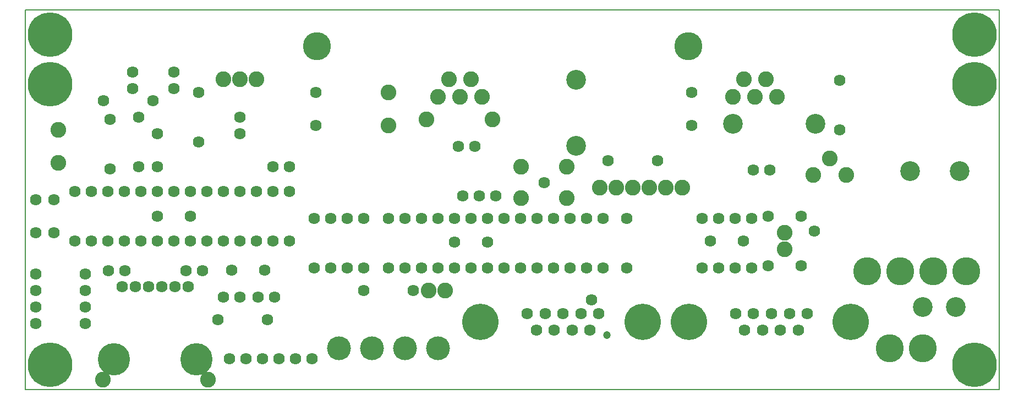
<source format=gbr>
G04                                                                  *
G04 SOURCE        : LAYO1 PCB.EXE VERSION 10                         *
G04 FORMAT        : GERBER RS-274X, Inch, 2.4, Leading Zero          *
G04 TITLE         : CAN-GC1E_SOLDERMASK TOP                          *
G04 TIME          : Monday, April 02, 2012  13:36:45                 *
G04                                                                  *
G04 Board width   : 149.860 mm. =  5.9000 inch                       *
G04 Board height  :  58.420 mm. =  2.3000 inch                       *
G04 Board offset  :   0.000 mm. =  0.0000 inch                       *
G04 Board offset  :   0.000 mm. =  0.0000 inch                       *
G04                                                                  *
G04 Apertures:                                                       *
G04       Type          X       Y             X       Y        Used  *
G04                      Inches                Metric                *
G04 D10   Draw        0.0079  0.0079        0.200   0.200         5  *
G04 D11   Round       0.0701  0.0701        1.780   1.780       176  *
G04 D12   Round       0.2197  0.2197        5.580   5.580         4  *
G04 D13   Round       0.0953  0.0953        2.420   2.420        38  *
G04 D14   Round       0.1701  0.1701        4.320   4.320         8  *
G04 D15   Round       0.2701  0.2701        6.860   6.860         6  *
G04 D16   Round       0.1197  0.1197        3.040   3.040         8  *
G04 D17   Round       0.1449  0.1449        3.680   3.680         4  *
G04 D18   Round       0.0472  0.0472        1.200   1.200         1  *
G04 D19   Round       0.1953  0.1953        4.960   4.960         2  *
G04                                                                  *
%FSLAX24Y24*
MOIN*
SFA1.0B1.0*%
%ADD10C,0.0079*%
%ADD11C,0.0701*%
%ADD12C,0.2197*%
%ADD13C,0.0953*%
%ADD14C,0.1701*%
%ADD15C,0.2701*%
%ADD16C,0.1197*%
%ADD17C,0.1449*%
%ADD18C,0.0472*%
%ADD19C,0.1953*%
%LNSOLDERMASK TOP*%
G54D10*
X000000Y023000D02*
X000000Y000000D01*
X059000Y000000D01*
X059000Y023000D01*
X000000Y023000D01*
G54D11*
X033000Y010375D03*
X032000Y010375D03*
X031000Y010375D03*
X030000Y010375D03*
X025000Y007375D03*
X028000Y007375D03*
X029000Y007375D03*
X032000Y007375D03*
X033000Y007375D03*
X014016Y012000D03*
X013016Y012000D03*
X012016Y012000D03*
X041000Y007375D03*
X032594Y004625D03*
X045219Y004625D03*
X005898Y006250D03*
X031438Y012563D03*
X045125Y013313D03*
X027250Y014750D03*
X049359Y018750D03*
X009016Y018250D03*
X010531Y018000D03*
X006516Y018250D03*
X004766Y017516D03*
X034000Y010375D03*
X035313Y013875D03*
X000641Y004000D03*
X000641Y009500D03*
X009891Y006250D03*
X000641Y005000D03*
X011695Y004258D03*
X009742Y007219D03*
X016016Y012000D03*
X016000Y013500D03*
X015016Y009000D03*
X014695Y004258D03*
X014016Y009000D03*
X017516Y010375D03*
X012016Y009000D03*
X014531Y007266D03*
X014125Y005625D03*
X026000Y010375D03*
X026516Y011750D03*
X022000Y007375D03*
X011016Y012000D03*
X023000Y007375D03*
X010016Y012000D03*
X007016Y012000D03*
X008016Y013500D03*
X006891Y013500D03*
X022000Y010375D03*
X009016Y012000D03*
X029000Y010375D03*
X008016Y012000D03*
X035000Y010375D03*
X036438Y010375D03*
X011016Y009000D03*
X012531Y007266D03*
X013000Y005625D03*
X005016Y012000D03*
X006695Y006250D03*
X003641Y007000D03*
X005016Y009000D03*
X003641Y004000D03*
X009094Y006250D03*
X027000Y010375D03*
X028516Y011750D03*
X004016Y012000D03*
X003641Y006000D03*
X007492Y006250D03*
X004016Y009000D03*
X008297Y006250D03*
X003641Y005000D03*
X003016Y012000D03*
X005141Y013375D03*
X000641Y006000D03*
X001766Y009500D03*
X000641Y007000D03*
X034000Y007375D03*
X035000Y007375D03*
X017516Y007375D03*
X005047Y007219D03*
X023000Y010375D03*
X020516Y010375D03*
X024000Y010375D03*
X019516Y010375D03*
X025000Y010375D03*
X018516Y010375D03*
X024000Y007375D03*
X023500Y006000D03*
X017391Y001875D03*
X020516Y007375D03*
X015391Y001875D03*
X019516Y007375D03*
X018516Y007375D03*
X013391Y001875D03*
X031508Y004625D03*
X044133Y004625D03*
X034320Y005438D03*
X031000Y007375D03*
X041000Y010375D03*
X042000Y007375D03*
X033141Y003625D03*
X045766Y003625D03*
X047016Y010500D03*
X043000Y007375D03*
X047016Y007500D03*
X032055Y003625D03*
X044680Y003625D03*
X030000Y007375D03*
X044000Y010375D03*
X033680Y004625D03*
X046305Y004625D03*
X044000Y007375D03*
X045016Y007500D03*
X003016Y009000D03*
X007016Y009000D03*
X008016Y009000D03*
X013016Y009000D03*
X016016Y009000D03*
X008016Y010500D03*
X013000Y015500D03*
X006516Y019250D03*
X006891Y016500D03*
X040375Y016016D03*
X030422Y004625D03*
X030969Y003625D03*
X043047Y004625D03*
X043594Y003625D03*
X047828Y009625D03*
X028000Y010375D03*
X026000Y007375D03*
X015016Y012000D03*
X006016Y012000D03*
X006016Y009000D03*
X009016Y009000D03*
X010016Y009000D03*
X043000Y010375D03*
X005141Y016375D03*
X045016Y010500D03*
X028000Y008938D03*
X043516Y009000D03*
X010016Y010500D03*
X008016Y015500D03*
X001766Y011500D03*
X000641Y011500D03*
X015125Y005625D03*
X012000Y005625D03*
X015000Y013500D03*
X044125Y013313D03*
X026250Y014750D03*
X040375Y018016D03*
X013000Y016500D03*
X034766Y004625D03*
X034227Y003625D03*
X047391Y004625D03*
X046852Y003625D03*
X010742Y007219D03*
X006047Y007219D03*
X007766Y017516D03*
X010531Y015000D03*
X027516Y011750D03*
X049359Y015750D03*
X017625Y018000D03*
X027000Y007375D03*
X042000Y010375D03*
X036438Y007375D03*
X026000Y008938D03*
X041516Y009000D03*
X012391Y001875D03*
X014391Y001875D03*
X016391Y001875D03*
X009016Y019250D03*
X038313Y013875D03*
X017625Y016000D03*
X020500Y006000D03*
G54D12*
X037406Y004125D03*
X027586Y004125D03*
X050031Y004125D03*
X040211Y004125D03*
G54D13*
X037813Y012250D03*
X030063Y013500D03*
X030063Y011625D03*
X025000Y017750D03*
X042875Y017750D03*
X043547Y018828D03*
X022000Y018000D03*
X025672Y018828D03*
X024313Y016375D03*
X044883Y018828D03*
X047750Y013016D03*
X032813Y013500D03*
X002016Y013750D03*
X034813Y012250D03*
X038813Y012250D03*
X039813Y012250D03*
X024438Y006000D03*
X046016Y008500D03*
X046016Y009500D03*
X014000Y018813D03*
X002016Y015750D03*
X049750Y013016D03*
X048750Y014016D03*
X035813Y012250D03*
X026336Y017750D03*
X027680Y017750D03*
X044211Y017750D03*
X045555Y017750D03*
X011070Y000602D03*
X004711Y000602D03*
X032813Y011625D03*
X013000Y018813D03*
X028313Y016375D03*
X025438Y006000D03*
X022000Y016000D03*
X036813Y012250D03*
X027008Y018828D03*
X012000Y018813D03*
G54D14*
X017688Y020813D03*
X040188Y020813D03*
X054375Y002500D03*
X057000Y007188D03*
X055000Y007188D03*
X053000Y007188D03*
X052375Y002500D03*
X051000Y007188D03*
G54D15*
X057500Y001500D03*
X057500Y018500D03*
X001500Y018500D03*
X001500Y001500D03*
X057500Y021500D03*
X001500Y021500D03*
G54D16*
X056375Y005000D03*
X056625Y013250D03*
X033375Y018781D03*
X042891Y016125D03*
X054375Y005000D03*
X033375Y014781D03*
X047891Y016125D03*
X053625Y013250D03*
G54D17*
X021016Y002500D03*
X023016Y002500D03*
X019016Y002500D03*
X025016Y002500D03*
G54D18*
X035266Y003313D03*
G54D19*
X010391Y001852D03*
X005391Y001852D03*
M02*

</source>
